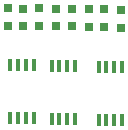
<source format=gtp>
G04 MADE WITH FRITZING*
G04 WWW.FRITZING.ORG*
G04 DOUBLE SIDED*
G04 HOLES PLATED*
G04 CONTOUR ON CENTER OF CONTOUR VECTOR*
%ASAXBY*%
%FSLAX23Y23*%
%MOIN*%
%OFA0B0*%
%SFA1.0B1.0*%
%ADD10R,0.015748X0.043307*%
%ADD11R,0.031496X0.031496*%
%ADD12R,0.001000X0.001000*%
%LNPASTEMASK1*%
G90*
G70*
G54D10*
X412Y749D03*
X387Y749D03*
X361Y749D03*
X336Y749D03*
X336Y572D03*
X361Y572D03*
X387Y572D03*
X412Y572D03*
X118Y757D03*
X92Y757D03*
X67Y757D03*
X41Y757D03*
X41Y580D03*
X67Y580D03*
X92Y580D03*
X118Y580D03*
X255Y754D03*
X229Y754D03*
X203Y754D03*
X178Y754D03*
X178Y577D03*
X203Y577D03*
X229Y577D03*
X255Y577D03*
G54D11*
X408Y881D03*
X408Y941D03*
X32Y888D03*
X32Y947D03*
X137Y887D03*
X137Y946D03*
X192Y886D03*
X192Y945D03*
X84Y886D03*
X84Y945D03*
X354Y883D03*
X354Y942D03*
X247Y886D03*
X247Y945D03*
X302Y885D03*
X302Y944D03*
G54D12*
D02*
G04 End of PasteMask1*
M02*
</source>
